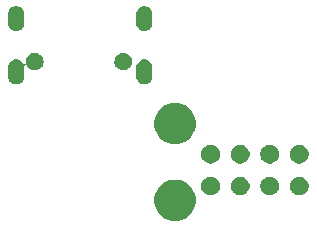
<source format=gbs>
G04 #@! TF.GenerationSoftware,KiCad,Pcbnew,(5.0.1)-4*
G04 #@! TF.CreationDate,2019-03-10T19:19:02+01:00*
G04 #@! TF.ProjectId,wii_hdmi_pcb,7769695F68646D695F7063622E6B6963,rev?*
G04 #@! TF.SameCoordinates,Original*
G04 #@! TF.FileFunction,Soldermask,Bot*
G04 #@! TF.FilePolarity,Negative*
%FSLAX46Y46*%
G04 Gerber Fmt 4.6, Leading zero omitted, Abs format (unit mm)*
G04 Created by KiCad (PCBNEW (5.0.1)-4) date 10.03.2019 19:19:02*
%MOMM*%
%LPD*%
G01*
G04 APERTURE LIST*
%ADD10C,0.100000*%
G04 APERTURE END LIST*
D10*
G36*
X143563774Y-67513916D02*
X143766748Y-67554290D01*
X144085409Y-67686284D01*
X144085410Y-67686285D01*
X144372200Y-67877912D01*
X144616088Y-68121800D01*
X144616090Y-68121803D01*
X144807716Y-68408591D01*
X144939710Y-68727252D01*
X145007000Y-69065542D01*
X145007000Y-69410458D01*
X144939710Y-69748748D01*
X144807716Y-70067409D01*
X144807715Y-70067410D01*
X144616088Y-70354200D01*
X144372200Y-70598088D01*
X144372197Y-70598090D01*
X144085409Y-70789716D01*
X143766748Y-70921710D01*
X143563774Y-70962084D01*
X143428460Y-70989000D01*
X143083540Y-70989000D01*
X142948226Y-70962084D01*
X142745252Y-70921710D01*
X142426591Y-70789716D01*
X142139803Y-70598090D01*
X142139800Y-70598088D01*
X141895912Y-70354200D01*
X141704285Y-70067410D01*
X141704284Y-70067409D01*
X141572290Y-69748748D01*
X141505000Y-69410458D01*
X141505000Y-69065542D01*
X141572290Y-68727252D01*
X141704284Y-68408591D01*
X141895910Y-68121803D01*
X141895912Y-68121800D01*
X142139800Y-67877912D01*
X142426590Y-67686285D01*
X142426591Y-67686284D01*
X142745252Y-67554290D01*
X142948226Y-67513916D01*
X143083540Y-67487000D01*
X143428460Y-67487000D01*
X143563774Y-67513916D01*
X143563774Y-67513916D01*
G37*
G36*
X153989643Y-67255781D02*
X154135415Y-67316162D01*
X154266611Y-67403824D01*
X154378176Y-67515389D01*
X154465838Y-67646585D01*
X154526219Y-67792357D01*
X154557000Y-67947107D01*
X154557000Y-68104893D01*
X154526219Y-68259643D01*
X154465838Y-68405415D01*
X154378176Y-68536611D01*
X154266611Y-68648176D01*
X154135415Y-68735838D01*
X153989643Y-68796219D01*
X153834893Y-68827000D01*
X153677107Y-68827000D01*
X153522357Y-68796219D01*
X153376585Y-68735838D01*
X153245389Y-68648176D01*
X153133824Y-68536611D01*
X153046162Y-68405415D01*
X152985781Y-68259643D01*
X152955000Y-68104893D01*
X152955000Y-67947107D01*
X152985781Y-67792357D01*
X153046162Y-67646585D01*
X153133824Y-67515389D01*
X153245389Y-67403824D01*
X153376585Y-67316162D01*
X153522357Y-67255781D01*
X153677107Y-67225000D01*
X153834893Y-67225000D01*
X153989643Y-67255781D01*
X153989643Y-67255781D01*
G37*
G36*
X151489643Y-67255781D02*
X151635415Y-67316162D01*
X151766611Y-67403824D01*
X151878176Y-67515389D01*
X151965838Y-67646585D01*
X152026219Y-67792357D01*
X152057000Y-67947107D01*
X152057000Y-68104893D01*
X152026219Y-68259643D01*
X151965838Y-68405415D01*
X151878176Y-68536611D01*
X151766611Y-68648176D01*
X151635415Y-68735838D01*
X151489643Y-68796219D01*
X151334893Y-68827000D01*
X151177107Y-68827000D01*
X151022357Y-68796219D01*
X150876585Y-68735838D01*
X150745389Y-68648176D01*
X150633824Y-68536611D01*
X150546162Y-68405415D01*
X150485781Y-68259643D01*
X150455000Y-68104893D01*
X150455000Y-67947107D01*
X150485781Y-67792357D01*
X150546162Y-67646585D01*
X150633824Y-67515389D01*
X150745389Y-67403824D01*
X150876585Y-67316162D01*
X151022357Y-67255781D01*
X151177107Y-67225000D01*
X151334893Y-67225000D01*
X151489643Y-67255781D01*
X151489643Y-67255781D01*
G37*
G36*
X148989643Y-67255781D02*
X149135415Y-67316162D01*
X149266611Y-67403824D01*
X149378176Y-67515389D01*
X149465838Y-67646585D01*
X149526219Y-67792357D01*
X149557000Y-67947107D01*
X149557000Y-68104893D01*
X149526219Y-68259643D01*
X149465838Y-68405415D01*
X149378176Y-68536611D01*
X149266611Y-68648176D01*
X149135415Y-68735838D01*
X148989643Y-68796219D01*
X148834893Y-68827000D01*
X148677107Y-68827000D01*
X148522357Y-68796219D01*
X148376585Y-68735838D01*
X148245389Y-68648176D01*
X148133824Y-68536611D01*
X148046162Y-68405415D01*
X147985781Y-68259643D01*
X147955000Y-68104893D01*
X147955000Y-67947107D01*
X147985781Y-67792357D01*
X148046162Y-67646585D01*
X148133824Y-67515389D01*
X148245389Y-67403824D01*
X148376585Y-67316162D01*
X148522357Y-67255781D01*
X148677107Y-67225000D01*
X148834893Y-67225000D01*
X148989643Y-67255781D01*
X148989643Y-67255781D01*
G37*
G36*
X146489643Y-67255781D02*
X146635415Y-67316162D01*
X146766611Y-67403824D01*
X146878176Y-67515389D01*
X146965838Y-67646585D01*
X147026219Y-67792357D01*
X147057000Y-67947107D01*
X147057000Y-68104893D01*
X147026219Y-68259643D01*
X146965838Y-68405415D01*
X146878176Y-68536611D01*
X146766611Y-68648176D01*
X146635415Y-68735838D01*
X146489643Y-68796219D01*
X146334893Y-68827000D01*
X146177107Y-68827000D01*
X146022357Y-68796219D01*
X145876585Y-68735838D01*
X145745389Y-68648176D01*
X145633824Y-68536611D01*
X145546162Y-68405415D01*
X145485781Y-68259643D01*
X145455000Y-68104893D01*
X145455000Y-67947107D01*
X145485781Y-67792357D01*
X145546162Y-67646585D01*
X145633824Y-67515389D01*
X145745389Y-67403824D01*
X145876585Y-67316162D01*
X146022357Y-67255781D01*
X146177107Y-67225000D01*
X146334893Y-67225000D01*
X146489643Y-67255781D01*
X146489643Y-67255781D01*
G37*
G36*
X153989643Y-64555781D02*
X154135415Y-64616162D01*
X154266611Y-64703824D01*
X154378176Y-64815389D01*
X154465838Y-64946585D01*
X154526219Y-65092357D01*
X154557000Y-65247107D01*
X154557000Y-65404893D01*
X154526219Y-65559643D01*
X154465838Y-65705415D01*
X154378176Y-65836611D01*
X154266611Y-65948176D01*
X154135415Y-66035838D01*
X153989643Y-66096219D01*
X153834893Y-66127000D01*
X153677107Y-66127000D01*
X153522357Y-66096219D01*
X153376585Y-66035838D01*
X153245389Y-65948176D01*
X153133824Y-65836611D01*
X153046162Y-65705415D01*
X152985781Y-65559643D01*
X152955000Y-65404893D01*
X152955000Y-65247107D01*
X152985781Y-65092357D01*
X153046162Y-64946585D01*
X153133824Y-64815389D01*
X153245389Y-64703824D01*
X153376585Y-64616162D01*
X153522357Y-64555781D01*
X153677107Y-64525000D01*
X153834893Y-64525000D01*
X153989643Y-64555781D01*
X153989643Y-64555781D01*
G37*
G36*
X151489643Y-64555781D02*
X151635415Y-64616162D01*
X151766611Y-64703824D01*
X151878176Y-64815389D01*
X151965838Y-64946585D01*
X152026219Y-65092357D01*
X152057000Y-65247107D01*
X152057000Y-65404893D01*
X152026219Y-65559643D01*
X151965838Y-65705415D01*
X151878176Y-65836611D01*
X151766611Y-65948176D01*
X151635415Y-66035838D01*
X151489643Y-66096219D01*
X151334893Y-66127000D01*
X151177107Y-66127000D01*
X151022357Y-66096219D01*
X150876585Y-66035838D01*
X150745389Y-65948176D01*
X150633824Y-65836611D01*
X150546162Y-65705415D01*
X150485781Y-65559643D01*
X150455000Y-65404893D01*
X150455000Y-65247107D01*
X150485781Y-65092357D01*
X150546162Y-64946585D01*
X150633824Y-64815389D01*
X150745389Y-64703824D01*
X150876585Y-64616162D01*
X151022357Y-64555781D01*
X151177107Y-64525000D01*
X151334893Y-64525000D01*
X151489643Y-64555781D01*
X151489643Y-64555781D01*
G37*
G36*
X146489643Y-64555781D02*
X146635415Y-64616162D01*
X146766611Y-64703824D01*
X146878176Y-64815389D01*
X146965838Y-64946585D01*
X147026219Y-65092357D01*
X147057000Y-65247107D01*
X147057000Y-65404893D01*
X147026219Y-65559643D01*
X146965838Y-65705415D01*
X146878176Y-65836611D01*
X146766611Y-65948176D01*
X146635415Y-66035838D01*
X146489643Y-66096219D01*
X146334893Y-66127000D01*
X146177107Y-66127000D01*
X146022357Y-66096219D01*
X145876585Y-66035838D01*
X145745389Y-65948176D01*
X145633824Y-65836611D01*
X145546162Y-65705415D01*
X145485781Y-65559643D01*
X145455000Y-65404893D01*
X145455000Y-65247107D01*
X145485781Y-65092357D01*
X145546162Y-64946585D01*
X145633824Y-64815389D01*
X145745389Y-64703824D01*
X145876585Y-64616162D01*
X146022357Y-64555781D01*
X146177107Y-64525000D01*
X146334893Y-64525000D01*
X146489643Y-64555781D01*
X146489643Y-64555781D01*
G37*
G36*
X148989643Y-64555781D02*
X149135415Y-64616162D01*
X149266611Y-64703824D01*
X149378176Y-64815389D01*
X149465838Y-64946585D01*
X149526219Y-65092357D01*
X149557000Y-65247107D01*
X149557000Y-65404893D01*
X149526219Y-65559643D01*
X149465838Y-65705415D01*
X149378176Y-65836611D01*
X149266611Y-65948176D01*
X149135415Y-66035838D01*
X148989643Y-66096219D01*
X148834893Y-66127000D01*
X148677107Y-66127000D01*
X148522357Y-66096219D01*
X148376585Y-66035838D01*
X148245389Y-65948176D01*
X148133824Y-65836611D01*
X148046162Y-65705415D01*
X147985781Y-65559643D01*
X147955000Y-65404893D01*
X147955000Y-65247107D01*
X147985781Y-65092357D01*
X148046162Y-64946585D01*
X148133824Y-64815389D01*
X148245389Y-64703824D01*
X148376585Y-64616162D01*
X148522357Y-64555781D01*
X148677107Y-64525000D01*
X148834893Y-64525000D01*
X148989643Y-64555781D01*
X148989643Y-64555781D01*
G37*
G36*
X143563774Y-61013916D02*
X143766748Y-61054290D01*
X144085409Y-61186284D01*
X144085410Y-61186285D01*
X144372200Y-61377912D01*
X144616088Y-61621800D01*
X144616090Y-61621803D01*
X144807716Y-61908591D01*
X144939710Y-62227252D01*
X145007000Y-62565542D01*
X145007000Y-62910458D01*
X144939710Y-63248748D01*
X144807716Y-63567409D01*
X144807715Y-63567410D01*
X144616088Y-63854200D01*
X144372200Y-64098088D01*
X144372197Y-64098090D01*
X144085409Y-64289716D01*
X143766748Y-64421710D01*
X143563774Y-64462084D01*
X143428460Y-64489000D01*
X143083540Y-64489000D01*
X142948226Y-64462084D01*
X142745252Y-64421710D01*
X142426591Y-64289716D01*
X142139803Y-64098090D01*
X142139800Y-64098088D01*
X141895912Y-63854200D01*
X141704285Y-63567410D01*
X141704284Y-63567409D01*
X141572290Y-63248748D01*
X141505000Y-62910458D01*
X141505000Y-62565542D01*
X141572290Y-62227252D01*
X141704284Y-61908591D01*
X141895910Y-61621803D01*
X141895912Y-61621800D01*
X142139800Y-61377912D01*
X142426590Y-61186285D01*
X142426591Y-61186284D01*
X142745252Y-61054290D01*
X142948226Y-61013916D01*
X143083540Y-60987000D01*
X143428460Y-60987000D01*
X143563774Y-61013916D01*
X143563774Y-61013916D01*
G37*
G36*
X131498004Y-56746544D02*
X131585059Y-56763860D01*
X131721732Y-56820472D01*
X131721733Y-56820473D01*
X131844738Y-56902662D01*
X131949338Y-57007262D01*
X131949340Y-57007265D01*
X132031528Y-57130268D01*
X132088140Y-57266941D01*
X132105456Y-57353996D01*
X132117000Y-57412031D01*
X132117000Y-57559969D01*
X132109909Y-57595617D01*
X132088140Y-57705059D01*
X132031528Y-57841732D01*
X132031527Y-57841733D01*
X131949338Y-57964738D01*
X131844738Y-58069338D01*
X131844735Y-58069340D01*
X131721732Y-58151528D01*
X131585059Y-58208140D01*
X131498004Y-58225456D01*
X131439969Y-58237000D01*
X131292031Y-58237000D01*
X131233996Y-58225456D01*
X131146941Y-58208140D01*
X131010268Y-58151528D01*
X130887265Y-58069340D01*
X130887262Y-58069338D01*
X130782662Y-57964738D01*
X130700473Y-57841733D01*
X130700472Y-57841732D01*
X130700471Y-57841730D01*
X130696072Y-57835146D01*
X130680527Y-57816204D01*
X130661585Y-57800659D01*
X130639974Y-57789107D01*
X130616525Y-57781994D01*
X130592138Y-57779592D01*
X130567752Y-57781994D01*
X130544303Y-57789107D01*
X130522692Y-57800658D01*
X130503750Y-57816203D01*
X130488205Y-57835145D01*
X130476653Y-57856756D01*
X130469540Y-57880205D01*
X130467740Y-57916842D01*
X130470000Y-57939792D01*
X130470000Y-58756205D01*
X130460219Y-58855515D01*
X130421563Y-58982947D01*
X130358793Y-59100381D01*
X130274317Y-59203316D01*
X130171380Y-59287793D01*
X130053946Y-59350563D01*
X130053944Y-59350564D01*
X129926518Y-59389218D01*
X129926517Y-59389218D01*
X129926514Y-59389219D01*
X129794000Y-59402270D01*
X129661484Y-59389219D01*
X129637762Y-59382023D01*
X129534055Y-59350564D01*
X129534053Y-59350563D01*
X129416619Y-59287793D01*
X129313684Y-59203317D01*
X129229207Y-59100380D01*
X129166437Y-58982946D01*
X129127783Y-58855519D01*
X129127782Y-58855518D01*
X129127782Y-58855517D01*
X129127781Y-58855514D01*
X129118000Y-58756204D01*
X129118000Y-57939795D01*
X129127781Y-57840480D01*
X129166435Y-57713057D01*
X129229208Y-57595619D01*
X129313684Y-57492683D01*
X129416620Y-57408207D01*
X129534054Y-57345437D01*
X129534056Y-57345436D01*
X129661482Y-57306782D01*
X129661483Y-57306782D01*
X129661486Y-57306781D01*
X129794000Y-57293730D01*
X129926516Y-57306781D01*
X129926519Y-57306782D01*
X130053945Y-57345436D01*
X130053947Y-57345437D01*
X130171381Y-57408207D01*
X130274317Y-57492683D01*
X130358792Y-57595617D01*
X130380912Y-57637002D01*
X130394526Y-57657376D01*
X130411853Y-57674704D01*
X130432228Y-57688318D01*
X130454867Y-57697695D01*
X130478900Y-57702476D01*
X130503404Y-57702476D01*
X130527438Y-57697696D01*
X130550077Y-57688319D01*
X130570451Y-57674705D01*
X130587779Y-57657378D01*
X130601393Y-57637003D01*
X130610770Y-57614364D01*
X130615551Y-57590331D01*
X130614665Y-57572279D01*
X130615000Y-57572279D01*
X130615000Y-57412031D01*
X130626544Y-57353996D01*
X130643860Y-57266941D01*
X130700472Y-57130268D01*
X130782660Y-57007265D01*
X130782662Y-57007262D01*
X130887262Y-56902662D01*
X131010267Y-56820473D01*
X131010268Y-56820472D01*
X131146941Y-56763860D01*
X131233996Y-56746544D01*
X131292031Y-56735000D01*
X131439969Y-56735000D01*
X131498004Y-56746544D01*
X131498004Y-56746544D01*
G37*
G36*
X140776516Y-57306781D02*
X140776519Y-57306782D01*
X140903945Y-57345436D01*
X140903947Y-57345437D01*
X141021381Y-57408207D01*
X141124317Y-57492683D01*
X141208793Y-57595619D01*
X141230913Y-57637003D01*
X141271564Y-57713055D01*
X141310218Y-57840481D01*
X141310219Y-57840485D01*
X141320000Y-57939795D01*
X141320000Y-58756205D01*
X141310219Y-58855515D01*
X141271563Y-58982947D01*
X141208793Y-59100381D01*
X141124317Y-59203316D01*
X141021380Y-59287793D01*
X140903946Y-59350563D01*
X140903944Y-59350564D01*
X140776518Y-59389218D01*
X140776517Y-59389218D01*
X140776514Y-59389219D01*
X140644000Y-59402270D01*
X140511484Y-59389219D01*
X140487762Y-59382023D01*
X140384055Y-59350564D01*
X140384053Y-59350563D01*
X140266619Y-59287793D01*
X140163684Y-59203317D01*
X140079207Y-59100380D01*
X140016437Y-58982946D01*
X139977783Y-58855519D01*
X139977782Y-58855518D01*
X139977782Y-58855517D01*
X139977781Y-58855514D01*
X139968000Y-58756204D01*
X139968000Y-57939795D01*
X139977781Y-57840480D01*
X140016435Y-57713057D01*
X140079208Y-57595619D01*
X140163684Y-57492683D01*
X140266620Y-57408207D01*
X140384054Y-57345437D01*
X140384056Y-57345436D01*
X140511482Y-57306782D01*
X140511483Y-57306782D01*
X140511486Y-57306781D01*
X140644000Y-57293730D01*
X140776516Y-57306781D01*
X140776516Y-57306781D01*
G37*
G36*
X138998004Y-56746544D02*
X139085059Y-56763860D01*
X139221732Y-56820472D01*
X139221733Y-56820473D01*
X139344738Y-56902662D01*
X139449338Y-57007262D01*
X139449340Y-57007265D01*
X139531528Y-57130268D01*
X139588140Y-57266941D01*
X139605456Y-57353996D01*
X139617000Y-57412031D01*
X139617000Y-57559969D01*
X139609909Y-57595617D01*
X139588140Y-57705059D01*
X139531528Y-57841732D01*
X139531527Y-57841733D01*
X139449338Y-57964738D01*
X139344738Y-58069338D01*
X139344735Y-58069340D01*
X139221732Y-58151528D01*
X139085059Y-58208140D01*
X138998004Y-58225456D01*
X138939969Y-58237000D01*
X138792031Y-58237000D01*
X138733996Y-58225456D01*
X138646941Y-58208140D01*
X138510268Y-58151528D01*
X138387265Y-58069340D01*
X138387262Y-58069338D01*
X138282662Y-57964738D01*
X138200473Y-57841733D01*
X138200472Y-57841732D01*
X138143860Y-57705059D01*
X138122091Y-57595617D01*
X138115000Y-57559969D01*
X138115000Y-57412031D01*
X138126544Y-57353996D01*
X138143860Y-57266941D01*
X138200472Y-57130268D01*
X138282660Y-57007265D01*
X138282662Y-57007262D01*
X138387262Y-56902662D01*
X138510267Y-56820473D01*
X138510268Y-56820472D01*
X138646941Y-56763860D01*
X138733996Y-56746544D01*
X138792031Y-56735000D01*
X138939969Y-56735000D01*
X138998004Y-56746544D01*
X138998004Y-56746544D01*
G37*
G36*
X129926516Y-52806781D02*
X129926519Y-52806782D01*
X130053945Y-52845436D01*
X130053947Y-52845437D01*
X130171381Y-52908207D01*
X130274317Y-52992683D01*
X130358792Y-53095618D01*
X130421564Y-53213055D01*
X130460218Y-53340481D01*
X130460219Y-53340485D01*
X130470000Y-53439795D01*
X130470000Y-54256205D01*
X130460219Y-54355515D01*
X130421563Y-54482947D01*
X130358793Y-54600381D01*
X130274317Y-54703316D01*
X130171380Y-54787793D01*
X130053946Y-54850563D01*
X130053944Y-54850564D01*
X129926518Y-54889218D01*
X129926517Y-54889218D01*
X129926514Y-54889219D01*
X129794000Y-54902270D01*
X129661484Y-54889219D01*
X129637762Y-54882023D01*
X129534055Y-54850564D01*
X129534053Y-54850563D01*
X129416619Y-54787793D01*
X129313684Y-54703317D01*
X129229207Y-54600380D01*
X129166437Y-54482946D01*
X129127783Y-54355519D01*
X129127782Y-54355518D01*
X129127782Y-54355517D01*
X129127781Y-54355514D01*
X129118000Y-54256204D01*
X129118000Y-53439795D01*
X129127781Y-53340480D01*
X129166435Y-53213057D01*
X129229208Y-53095619D01*
X129313684Y-52992683D01*
X129416620Y-52908207D01*
X129534054Y-52845437D01*
X129534056Y-52845436D01*
X129661482Y-52806782D01*
X129661483Y-52806782D01*
X129661486Y-52806781D01*
X129794000Y-52793730D01*
X129926516Y-52806781D01*
X129926516Y-52806781D01*
G37*
G36*
X140776516Y-52806781D02*
X140776519Y-52806782D01*
X140903945Y-52845436D01*
X140903947Y-52845437D01*
X141021381Y-52908207D01*
X141124317Y-52992683D01*
X141208792Y-53095618D01*
X141271564Y-53213055D01*
X141310218Y-53340481D01*
X141310219Y-53340485D01*
X141320000Y-53439795D01*
X141320000Y-54256205D01*
X141310219Y-54355515D01*
X141271563Y-54482947D01*
X141208793Y-54600381D01*
X141124317Y-54703316D01*
X141021380Y-54787793D01*
X140903946Y-54850563D01*
X140903944Y-54850564D01*
X140776518Y-54889218D01*
X140776517Y-54889218D01*
X140776514Y-54889219D01*
X140644000Y-54902270D01*
X140511484Y-54889219D01*
X140487762Y-54882023D01*
X140384055Y-54850564D01*
X140384053Y-54850563D01*
X140266619Y-54787793D01*
X140163684Y-54703317D01*
X140079207Y-54600380D01*
X140016437Y-54482946D01*
X139977783Y-54355519D01*
X139977782Y-54355518D01*
X139977782Y-54355517D01*
X139977781Y-54355514D01*
X139968000Y-54256204D01*
X139968000Y-53439795D01*
X139977781Y-53340480D01*
X140016435Y-53213057D01*
X140079208Y-53095619D01*
X140163684Y-52992683D01*
X140266620Y-52908207D01*
X140384054Y-52845437D01*
X140384056Y-52845436D01*
X140511482Y-52806782D01*
X140511483Y-52806782D01*
X140511486Y-52806781D01*
X140644000Y-52793730D01*
X140776516Y-52806781D01*
X140776516Y-52806781D01*
G37*
M02*

</source>
